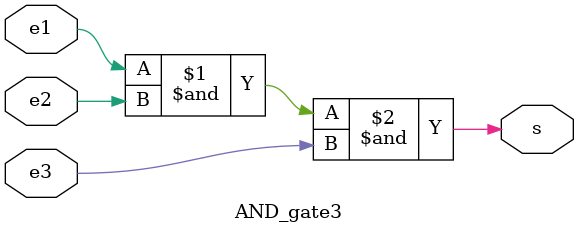
<source format=v>
module AND_gate3 (e1, e2,e3, s);
    input e1;
    input e2;
	input e3;
    output s;


    assign s = e1 & e2 & e3;

endmodule

</source>
